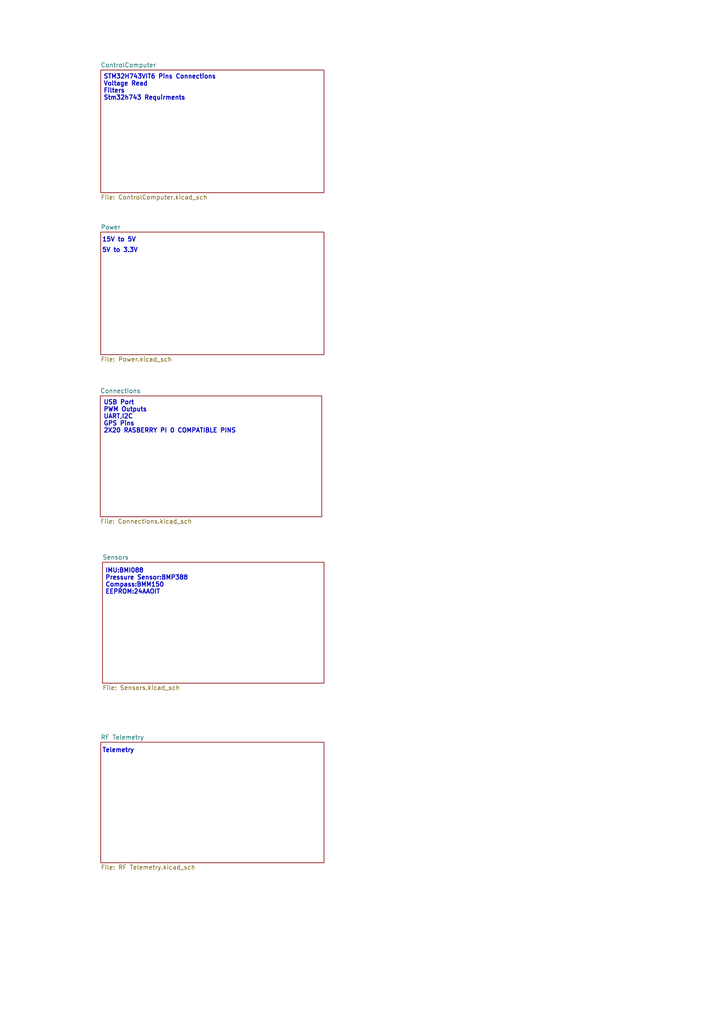
<source format=kicad_sch>
(kicad_sch
	(version 20231120)
	(generator "eeschema")
	(generator_version "8.0")
	(uuid "20c3bbae-00c6-470e-8b69-dc0f665257a3")
	(paper "A4" portrait)
	(title_block
		(title "CC M7")
		(company "YENIAY")
		(comment 1 "Stm32 F7 Control Cart")
	)
	(lib_symbols)
	(text "15V to 5V"
		(exclude_from_sim no)
		(at 34.544 69.596 0)
		(effects
			(font
				(size 1.27 1.27)
				(thickness 0.254)
				(bold yes)
			)
		)
		(uuid "0305fa9c-546d-437b-b666-e228fa4ddec0")
	)
	(text "5V to 3.3V"
		(exclude_from_sim no)
		(at 34.798 72.644 0)
		(effects
			(font
				(size 1.27 1.27)
				(thickness 0.254)
				(bold yes)
			)
		)
		(uuid "094fffe6-7d51-4dc1-bc33-e23fa805d532")
	)
	(text "USB Port\nPWM Outputs\nUART,I2C\nGPS Pins\n2X20 RASBERRY PI 0 COMPATIBLE PINS"
		(exclude_from_sim no)
		(at 29.972 120.904 0)
		(effects
			(font
				(size 1.27 1.27)
				(thickness 0.254)
				(bold yes)
			)
			(justify left)
		)
		(uuid "10f8a344-e79f-4029-8400-0934355e6caa")
	)
	(text "Telemetry"
		(exclude_from_sim no)
		(at 34.29 217.678 0)
		(effects
			(font
				(size 1.27 1.27)
				(thickness 0.254)
				(bold yes)
			)
		)
		(uuid "34b5dcca-8b9b-4691-ae9d-1a39e9464a73")
	)
	(text "STM32H743VIT6 Pins Connections\nVoltage Read\nFilters\nStm32h743 Requirments"
		(exclude_from_sim no)
		(at 29.972 25.4 0)
		(effects
			(font
				(size 1.27 1.27)
				(thickness 0.254)
				(bold yes)
			)
			(justify left)
		)
		(uuid "362f98c9-caeb-4b3a-b215-9558c44ff642")
	)
	(text "IMU:BMI088\nPressure Sensor:BMP388\nCompass:BMM150\nEEPROM:24AAOIT\n"
		(exclude_from_sim no)
		(at 30.48 168.656 0)
		(effects
			(font
				(size 1.27 1.27)
				(thickness 0.254)
				(bold yes)
			)
			(justify left)
		)
		(uuid "e47140fa-726c-45f9-86a4-79a584afdd7b")
	)
	(sheet
		(at 29.21 20.32)
		(size 64.77 35.56)
		(fields_autoplaced yes)
		(stroke
			(width 0.1524)
			(type solid)
		)
		(fill
			(color 0 0 0 0.0000)
		)
		(uuid "07f6f905-59c0-438f-a556-b28e89ace803")
		(property "Sheetname" "ControlComputer"
			(at 29.21 19.6084 0)
			(effects
				(font
					(size 1.27 1.27)
				)
				(justify left bottom)
			)
		)
		(property "Sheetfile" "ControlComputer.kicad_sch"
			(at 29.21 56.4646 0)
			(effects
				(font
					(size 1.27 1.27)
				)
				(justify left top)
			)
		)
		(instances
			(project "CC_M7"
				(path "/20c3bbae-00c6-470e-8b69-dc0f665257a3"
					(page "2")
				)
			)
		)
	)
	(sheet
		(at 29.21 215.265)
		(size 64.77 34.925)
		(fields_autoplaced yes)
		(stroke
			(width 0.1524)
			(type solid)
		)
		(fill
			(color 0 0 0 0.0000)
		)
		(uuid "7ffac293-9e03-4b17-b08e-2a6334cbc734")
		(property "Sheetname" "RF Telemetry"
			(at 29.21 214.5534 0)
			(effects
				(font
					(size 1.27 1.27)
				)
				(justify left bottom)
			)
		)
		(property "Sheetfile" "RF Telemetry.kicad_sch"
			(at 29.21 250.7746 0)
			(effects
				(font
					(size 1.27 1.27)
				)
				(justify left top)
			)
		)
		(instances
			(project "CC_M7"
				(path "/20c3bbae-00c6-470e-8b69-dc0f665257a3"
					(page "6")
				)
			)
		)
	)
	(sheet
		(at 29.083 114.808)
		(size 64.262 35.052)
		(fields_autoplaced yes)
		(stroke
			(width 0.1524)
			(type solid)
		)
		(fill
			(color 0 0 0 0.0000)
		)
		(uuid "8b74e690-9be2-433b-8a0a-5eb3a275b61f")
		(property "Sheetname" "Connections"
			(at 29.083 114.0964 0)
			(effects
				(font
					(size 1.27 1.27)
				)
				(justify left bottom)
			)
		)
		(property "Sheetfile" "Connections.kicad_sch"
			(at 29.083 150.4446 0)
			(effects
				(font
					(size 1.27 1.27)
				)
				(justify left top)
			)
		)
		(instances
			(project "CC_M7"
				(path "/20c3bbae-00c6-470e-8b69-dc0f665257a3"
					(page "3")
				)
			)
		)
	)
	(sheet
		(at 29.718 163.068)
		(size 64.262 35.052)
		(fields_autoplaced yes)
		(stroke
			(width 0.1524)
			(type solid)
		)
		(fill
			(color 0 0 0 0.0000)
		)
		(uuid "b4ae7b3b-cd15-4dc2-a519-be49b0fe3ceb")
		(property "Sheetname" "Sensors"
			(at 29.718 162.3564 0)
			(effects
				(font
					(size 1.27 1.27)
				)
				(justify left bottom)
			)
		)
		(property "Sheetfile" "Sensors.kicad_sch"
			(at 29.718 198.7046 0)
			(effects
				(font
					(size 1.27 1.27)
				)
				(justify left top)
			)
		)
		(instances
			(project "CC_M7"
				(path "/20c3bbae-00c6-470e-8b69-dc0f665257a3"
					(page "5")
				)
			)
		)
	)
	(sheet
		(at 29.21 67.31)
		(size 64.77 35.56)
		(fields_autoplaced yes)
		(stroke
			(width 0.1524)
			(type solid)
		)
		(fill
			(color 0 0 0 0.0000)
		)
		(uuid "d5e2a406-9a7f-4b4d-9070-1dc6f1aabbf7")
		(property "Sheetname" "Power"
			(at 29.21 66.5984 0)
			(effects
				(font
					(size 1.27 1.27)
				)
				(justify left bottom)
			)
		)
		(property "Sheetfile" "Power.kicad_sch"
			(at 29.21 103.4546 0)
			(effects
				(font
					(size 1.27 1.27)
				)
				(justify left top)
			)
		)
		(instances
			(project "CC_M7"
				(path "/20c3bbae-00c6-470e-8b69-dc0f665257a3"
					(page "4")
				)
			)
		)
	)
	(sheet_instances
		(path "/"
			(page "1")
		)
	)
)

</source>
